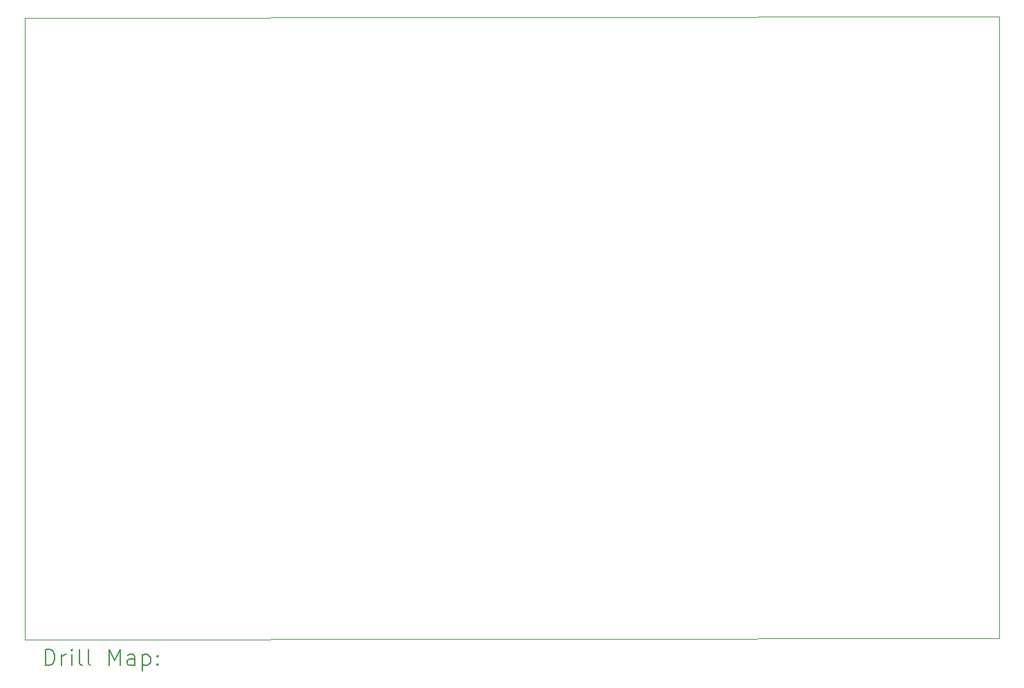
<source format=gbr>
%FSLAX45Y45*%
G04 Gerber Fmt 4.5, Leading zero omitted, Abs format (unit mm)*
G04 Created by KiCad (PCBNEW (6.0.0-0)) date 2023-02-02 14:05:24*
%MOMM*%
%LPD*%
G01*
G04 APERTURE LIST*
%TA.AperFunction,Profile*%
%ADD10C,0.100000*%
%TD*%
%ADD11C,0.200000*%
G04 APERTURE END LIST*
D10*
X1524000Y-10668000D02*
X13462000Y-10652760D01*
X1524000Y-3048000D02*
X1524000Y-10668000D01*
X13462000Y-10652760D02*
X13462000Y-3032760D01*
X13462000Y-3032760D02*
X1524000Y-3048000D01*
D11*
X1776619Y-10983476D02*
X1776619Y-10783476D01*
X1824238Y-10783476D01*
X1852809Y-10793000D01*
X1871857Y-10812048D01*
X1881381Y-10831095D01*
X1890905Y-10869190D01*
X1890905Y-10897762D01*
X1881381Y-10935857D01*
X1871857Y-10954905D01*
X1852809Y-10973952D01*
X1824238Y-10983476D01*
X1776619Y-10983476D01*
X1976619Y-10983476D02*
X1976619Y-10850143D01*
X1976619Y-10888238D02*
X1986143Y-10869190D01*
X1995667Y-10859667D01*
X2014714Y-10850143D01*
X2033762Y-10850143D01*
X2100429Y-10983476D02*
X2100429Y-10850143D01*
X2100429Y-10783476D02*
X2090905Y-10793000D01*
X2100429Y-10802524D01*
X2109952Y-10793000D01*
X2100429Y-10783476D01*
X2100429Y-10802524D01*
X2224238Y-10983476D02*
X2205190Y-10973952D01*
X2195667Y-10954905D01*
X2195667Y-10783476D01*
X2329000Y-10983476D02*
X2309952Y-10973952D01*
X2300429Y-10954905D01*
X2300429Y-10783476D01*
X2557571Y-10983476D02*
X2557571Y-10783476D01*
X2624238Y-10926333D01*
X2690905Y-10783476D01*
X2690905Y-10983476D01*
X2871857Y-10983476D02*
X2871857Y-10878714D01*
X2862333Y-10859667D01*
X2843286Y-10850143D01*
X2805190Y-10850143D01*
X2786143Y-10859667D01*
X2871857Y-10973952D02*
X2852809Y-10983476D01*
X2805190Y-10983476D01*
X2786143Y-10973952D01*
X2776619Y-10954905D01*
X2776619Y-10935857D01*
X2786143Y-10916810D01*
X2805190Y-10907286D01*
X2852809Y-10907286D01*
X2871857Y-10897762D01*
X2967095Y-10850143D02*
X2967095Y-11050143D01*
X2967095Y-10859667D02*
X2986143Y-10850143D01*
X3024238Y-10850143D01*
X3043286Y-10859667D01*
X3052809Y-10869190D01*
X3062333Y-10888238D01*
X3062333Y-10945381D01*
X3052809Y-10964429D01*
X3043286Y-10973952D01*
X3024238Y-10983476D01*
X2986143Y-10983476D01*
X2967095Y-10973952D01*
X3148048Y-10964429D02*
X3157571Y-10973952D01*
X3148048Y-10983476D01*
X3138524Y-10973952D01*
X3148048Y-10964429D01*
X3148048Y-10983476D01*
X3148048Y-10859667D02*
X3157571Y-10869190D01*
X3148048Y-10878714D01*
X3138524Y-10869190D01*
X3148048Y-10859667D01*
X3148048Y-10878714D01*
M02*

</source>
